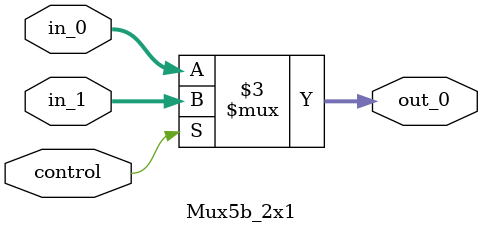
<source format=v>
`timescale 1ns / 1ps


module Mux5b_2x1(
    input [4:0]in_0,
    input [4:0]in_1,
    input control,
    output reg [4:0]out_0
    );

  always@(in_0,in_1,control)begin
    if(control)begin
        out_0 = in_1;
    end else begin
        out_0 = in_0;
    end
  end
    
endmodule

</source>
